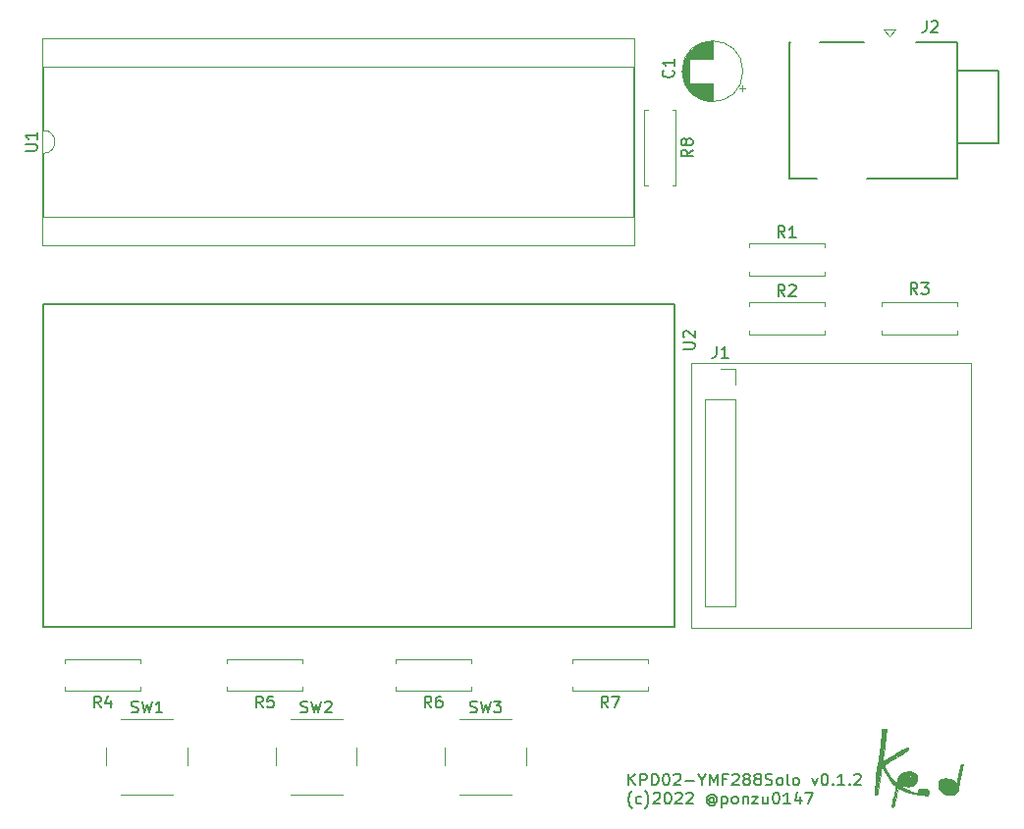
<source format=gto>
G04 #@! TF.GenerationSoftware,KiCad,Pcbnew,(6.0.1)*
G04 #@! TF.CreationDate,2022-02-24T00:37:53+09:00*
G04 #@! TF.ProjectId,KPD02-YMF288Solo-20220117,4b504430-322d-4594-9d46-323838536f6c,rev?*
G04 #@! TF.SameCoordinates,Original*
G04 #@! TF.FileFunction,Legend,Top*
G04 #@! TF.FilePolarity,Positive*
%FSLAX46Y46*%
G04 Gerber Fmt 4.6, Leading zero omitted, Abs format (unit mm)*
G04 Created by KiCad (PCBNEW (6.0.1)) date 2022-02-24 00:37:53*
%MOMM*%
%LPD*%
G01*
G04 APERTURE LIST*
%ADD10C,0.150000*%
%ADD11C,0.120000*%
%ADD12C,0.127000*%
%ADD13C,0.010000*%
G04 APERTURE END LIST*
D10*
X195915595Y-149507380D02*
X195915595Y-148507380D01*
X196487023Y-149507380D02*
X196058452Y-148935952D01*
X196487023Y-148507380D02*
X195915595Y-149078809D01*
X196915595Y-149507380D02*
X196915595Y-148507380D01*
X197296547Y-148507380D01*
X197391785Y-148555000D01*
X197439404Y-148602619D01*
X197487023Y-148697857D01*
X197487023Y-148840714D01*
X197439404Y-148935952D01*
X197391785Y-148983571D01*
X197296547Y-149031190D01*
X196915595Y-149031190D01*
X197915595Y-149507380D02*
X197915595Y-148507380D01*
X198153690Y-148507380D01*
X198296547Y-148555000D01*
X198391785Y-148650238D01*
X198439404Y-148745476D01*
X198487023Y-148935952D01*
X198487023Y-149078809D01*
X198439404Y-149269285D01*
X198391785Y-149364523D01*
X198296547Y-149459761D01*
X198153690Y-149507380D01*
X197915595Y-149507380D01*
X199106071Y-148507380D02*
X199201309Y-148507380D01*
X199296547Y-148555000D01*
X199344166Y-148602619D01*
X199391785Y-148697857D01*
X199439404Y-148888333D01*
X199439404Y-149126428D01*
X199391785Y-149316904D01*
X199344166Y-149412142D01*
X199296547Y-149459761D01*
X199201309Y-149507380D01*
X199106071Y-149507380D01*
X199010833Y-149459761D01*
X198963214Y-149412142D01*
X198915595Y-149316904D01*
X198867976Y-149126428D01*
X198867976Y-148888333D01*
X198915595Y-148697857D01*
X198963214Y-148602619D01*
X199010833Y-148555000D01*
X199106071Y-148507380D01*
X199820357Y-148602619D02*
X199867976Y-148555000D01*
X199963214Y-148507380D01*
X200201309Y-148507380D01*
X200296547Y-148555000D01*
X200344166Y-148602619D01*
X200391785Y-148697857D01*
X200391785Y-148793095D01*
X200344166Y-148935952D01*
X199772738Y-149507380D01*
X200391785Y-149507380D01*
X200820357Y-149126428D02*
X201582261Y-149126428D01*
X202248928Y-149031190D02*
X202248928Y-149507380D01*
X201915595Y-148507380D02*
X202248928Y-149031190D01*
X202582261Y-148507380D01*
X202915595Y-149507380D02*
X202915595Y-148507380D01*
X203248928Y-149221666D01*
X203582261Y-148507380D01*
X203582261Y-149507380D01*
X204391785Y-148983571D02*
X204058452Y-148983571D01*
X204058452Y-149507380D02*
X204058452Y-148507380D01*
X204534642Y-148507380D01*
X204867976Y-148602619D02*
X204915595Y-148555000D01*
X205010833Y-148507380D01*
X205248928Y-148507380D01*
X205344166Y-148555000D01*
X205391785Y-148602619D01*
X205439404Y-148697857D01*
X205439404Y-148793095D01*
X205391785Y-148935952D01*
X204820357Y-149507380D01*
X205439404Y-149507380D01*
X206010833Y-148935952D02*
X205915595Y-148888333D01*
X205867976Y-148840714D01*
X205820357Y-148745476D01*
X205820357Y-148697857D01*
X205867976Y-148602619D01*
X205915595Y-148555000D01*
X206010833Y-148507380D01*
X206201309Y-148507380D01*
X206296547Y-148555000D01*
X206344166Y-148602619D01*
X206391785Y-148697857D01*
X206391785Y-148745476D01*
X206344166Y-148840714D01*
X206296547Y-148888333D01*
X206201309Y-148935952D01*
X206010833Y-148935952D01*
X205915595Y-148983571D01*
X205867976Y-149031190D01*
X205820357Y-149126428D01*
X205820357Y-149316904D01*
X205867976Y-149412142D01*
X205915595Y-149459761D01*
X206010833Y-149507380D01*
X206201309Y-149507380D01*
X206296547Y-149459761D01*
X206344166Y-149412142D01*
X206391785Y-149316904D01*
X206391785Y-149126428D01*
X206344166Y-149031190D01*
X206296547Y-148983571D01*
X206201309Y-148935952D01*
X206963214Y-148935952D02*
X206867976Y-148888333D01*
X206820357Y-148840714D01*
X206772738Y-148745476D01*
X206772738Y-148697857D01*
X206820357Y-148602619D01*
X206867976Y-148555000D01*
X206963214Y-148507380D01*
X207153690Y-148507380D01*
X207248928Y-148555000D01*
X207296547Y-148602619D01*
X207344166Y-148697857D01*
X207344166Y-148745476D01*
X207296547Y-148840714D01*
X207248928Y-148888333D01*
X207153690Y-148935952D01*
X206963214Y-148935952D01*
X206867976Y-148983571D01*
X206820357Y-149031190D01*
X206772738Y-149126428D01*
X206772738Y-149316904D01*
X206820357Y-149412142D01*
X206867976Y-149459761D01*
X206963214Y-149507380D01*
X207153690Y-149507380D01*
X207248928Y-149459761D01*
X207296547Y-149412142D01*
X207344166Y-149316904D01*
X207344166Y-149126428D01*
X207296547Y-149031190D01*
X207248928Y-148983571D01*
X207153690Y-148935952D01*
X207725119Y-149459761D02*
X207867976Y-149507380D01*
X208106071Y-149507380D01*
X208201309Y-149459761D01*
X208248928Y-149412142D01*
X208296547Y-149316904D01*
X208296547Y-149221666D01*
X208248928Y-149126428D01*
X208201309Y-149078809D01*
X208106071Y-149031190D01*
X207915595Y-148983571D01*
X207820357Y-148935952D01*
X207772738Y-148888333D01*
X207725119Y-148793095D01*
X207725119Y-148697857D01*
X207772738Y-148602619D01*
X207820357Y-148555000D01*
X207915595Y-148507380D01*
X208153690Y-148507380D01*
X208296547Y-148555000D01*
X208867976Y-149507380D02*
X208772738Y-149459761D01*
X208725119Y-149412142D01*
X208677500Y-149316904D01*
X208677500Y-149031190D01*
X208725119Y-148935952D01*
X208772738Y-148888333D01*
X208867976Y-148840714D01*
X209010833Y-148840714D01*
X209106071Y-148888333D01*
X209153690Y-148935952D01*
X209201309Y-149031190D01*
X209201309Y-149316904D01*
X209153690Y-149412142D01*
X209106071Y-149459761D01*
X209010833Y-149507380D01*
X208867976Y-149507380D01*
X209772738Y-149507380D02*
X209677500Y-149459761D01*
X209629880Y-149364523D01*
X209629880Y-148507380D01*
X210296547Y-149507380D02*
X210201309Y-149459761D01*
X210153690Y-149412142D01*
X210106071Y-149316904D01*
X210106071Y-149031190D01*
X210153690Y-148935952D01*
X210201309Y-148888333D01*
X210296547Y-148840714D01*
X210439404Y-148840714D01*
X210534642Y-148888333D01*
X210582261Y-148935952D01*
X210629880Y-149031190D01*
X210629880Y-149316904D01*
X210582261Y-149412142D01*
X210534642Y-149459761D01*
X210439404Y-149507380D01*
X210296547Y-149507380D01*
X211725119Y-148840714D02*
X211963214Y-149507380D01*
X212201309Y-148840714D01*
X212772738Y-148507380D02*
X212867976Y-148507380D01*
X212963214Y-148555000D01*
X213010833Y-148602619D01*
X213058452Y-148697857D01*
X213106071Y-148888333D01*
X213106071Y-149126428D01*
X213058452Y-149316904D01*
X213010833Y-149412142D01*
X212963214Y-149459761D01*
X212867976Y-149507380D01*
X212772738Y-149507380D01*
X212677500Y-149459761D01*
X212629880Y-149412142D01*
X212582261Y-149316904D01*
X212534642Y-149126428D01*
X212534642Y-148888333D01*
X212582261Y-148697857D01*
X212629880Y-148602619D01*
X212677500Y-148555000D01*
X212772738Y-148507380D01*
X213534642Y-149412142D02*
X213582261Y-149459761D01*
X213534642Y-149507380D01*
X213487023Y-149459761D01*
X213534642Y-149412142D01*
X213534642Y-149507380D01*
X214534642Y-149507380D02*
X213963214Y-149507380D01*
X214248928Y-149507380D02*
X214248928Y-148507380D01*
X214153690Y-148650238D01*
X214058452Y-148745476D01*
X213963214Y-148793095D01*
X214963214Y-149412142D02*
X215010833Y-149459761D01*
X214963214Y-149507380D01*
X214915595Y-149459761D01*
X214963214Y-149412142D01*
X214963214Y-149507380D01*
X215391785Y-148602619D02*
X215439404Y-148555000D01*
X215534642Y-148507380D01*
X215772738Y-148507380D01*
X215867976Y-148555000D01*
X215915595Y-148602619D01*
X215963214Y-148697857D01*
X215963214Y-148793095D01*
X215915595Y-148935952D01*
X215344166Y-149507380D01*
X215963214Y-149507380D01*
X196201309Y-151498333D02*
X196153690Y-151450714D01*
X196058452Y-151307857D01*
X196010833Y-151212619D01*
X195963214Y-151069761D01*
X195915595Y-150831666D01*
X195915595Y-150641190D01*
X195963214Y-150403095D01*
X196010833Y-150260238D01*
X196058452Y-150165000D01*
X196153690Y-150022142D01*
X196201309Y-149974523D01*
X197010833Y-151069761D02*
X196915595Y-151117380D01*
X196725119Y-151117380D01*
X196629880Y-151069761D01*
X196582261Y-151022142D01*
X196534642Y-150926904D01*
X196534642Y-150641190D01*
X196582261Y-150545952D01*
X196629880Y-150498333D01*
X196725119Y-150450714D01*
X196915595Y-150450714D01*
X197010833Y-150498333D01*
X197344166Y-151498333D02*
X197391785Y-151450714D01*
X197487023Y-151307857D01*
X197534642Y-151212619D01*
X197582261Y-151069761D01*
X197629880Y-150831666D01*
X197629880Y-150641190D01*
X197582261Y-150403095D01*
X197534642Y-150260238D01*
X197487023Y-150165000D01*
X197391785Y-150022142D01*
X197344166Y-149974523D01*
X198058452Y-150212619D02*
X198106071Y-150165000D01*
X198201309Y-150117380D01*
X198439404Y-150117380D01*
X198534642Y-150165000D01*
X198582261Y-150212619D01*
X198629880Y-150307857D01*
X198629880Y-150403095D01*
X198582261Y-150545952D01*
X198010833Y-151117380D01*
X198629880Y-151117380D01*
X199248928Y-150117380D02*
X199344166Y-150117380D01*
X199439404Y-150165000D01*
X199487023Y-150212619D01*
X199534642Y-150307857D01*
X199582261Y-150498333D01*
X199582261Y-150736428D01*
X199534642Y-150926904D01*
X199487023Y-151022142D01*
X199439404Y-151069761D01*
X199344166Y-151117380D01*
X199248928Y-151117380D01*
X199153690Y-151069761D01*
X199106071Y-151022142D01*
X199058452Y-150926904D01*
X199010833Y-150736428D01*
X199010833Y-150498333D01*
X199058452Y-150307857D01*
X199106071Y-150212619D01*
X199153690Y-150165000D01*
X199248928Y-150117380D01*
X199963214Y-150212619D02*
X200010833Y-150165000D01*
X200106071Y-150117380D01*
X200344166Y-150117380D01*
X200439404Y-150165000D01*
X200487023Y-150212619D01*
X200534642Y-150307857D01*
X200534642Y-150403095D01*
X200487023Y-150545952D01*
X199915595Y-151117380D01*
X200534642Y-151117380D01*
X200915595Y-150212619D02*
X200963214Y-150165000D01*
X201058452Y-150117380D01*
X201296547Y-150117380D01*
X201391785Y-150165000D01*
X201439404Y-150212619D01*
X201487023Y-150307857D01*
X201487023Y-150403095D01*
X201439404Y-150545952D01*
X200867976Y-151117380D01*
X201487023Y-151117380D01*
X203296547Y-150641190D02*
X203248928Y-150593571D01*
X203153690Y-150545952D01*
X203058452Y-150545952D01*
X202963214Y-150593571D01*
X202915595Y-150641190D01*
X202867976Y-150736428D01*
X202867976Y-150831666D01*
X202915595Y-150926904D01*
X202963214Y-150974523D01*
X203058452Y-151022142D01*
X203153690Y-151022142D01*
X203248928Y-150974523D01*
X203296547Y-150926904D01*
X203296547Y-150545952D02*
X203296547Y-150926904D01*
X203344166Y-150974523D01*
X203391785Y-150974523D01*
X203487023Y-150926904D01*
X203534642Y-150831666D01*
X203534642Y-150593571D01*
X203439404Y-150450714D01*
X203296547Y-150355476D01*
X203106071Y-150307857D01*
X202915595Y-150355476D01*
X202772738Y-150450714D01*
X202677500Y-150593571D01*
X202629880Y-150784047D01*
X202677500Y-150974523D01*
X202772738Y-151117380D01*
X202915595Y-151212619D01*
X203106071Y-151260238D01*
X203296547Y-151212619D01*
X203439404Y-151117380D01*
X203963214Y-150450714D02*
X203963214Y-151450714D01*
X203963214Y-150498333D02*
X204058452Y-150450714D01*
X204248928Y-150450714D01*
X204344166Y-150498333D01*
X204391785Y-150545952D01*
X204439404Y-150641190D01*
X204439404Y-150926904D01*
X204391785Y-151022142D01*
X204344166Y-151069761D01*
X204248928Y-151117380D01*
X204058452Y-151117380D01*
X203963214Y-151069761D01*
X205010833Y-151117380D02*
X204915595Y-151069761D01*
X204867976Y-151022142D01*
X204820357Y-150926904D01*
X204820357Y-150641190D01*
X204867976Y-150545952D01*
X204915595Y-150498333D01*
X205010833Y-150450714D01*
X205153690Y-150450714D01*
X205248928Y-150498333D01*
X205296547Y-150545952D01*
X205344166Y-150641190D01*
X205344166Y-150926904D01*
X205296547Y-151022142D01*
X205248928Y-151069761D01*
X205153690Y-151117380D01*
X205010833Y-151117380D01*
X205772738Y-150450714D02*
X205772738Y-151117380D01*
X205772738Y-150545952D02*
X205820357Y-150498333D01*
X205915595Y-150450714D01*
X206058452Y-150450714D01*
X206153690Y-150498333D01*
X206201309Y-150593571D01*
X206201309Y-151117380D01*
X206582261Y-150450714D02*
X207106071Y-150450714D01*
X206582261Y-151117380D01*
X207106071Y-151117380D01*
X207915595Y-150450714D02*
X207915595Y-151117380D01*
X207487023Y-150450714D02*
X207487023Y-150974523D01*
X207534642Y-151069761D01*
X207629880Y-151117380D01*
X207772738Y-151117380D01*
X207867976Y-151069761D01*
X207915595Y-151022142D01*
X208582261Y-150117380D02*
X208677500Y-150117380D01*
X208772738Y-150165000D01*
X208820357Y-150212619D01*
X208867976Y-150307857D01*
X208915595Y-150498333D01*
X208915595Y-150736428D01*
X208867976Y-150926904D01*
X208820357Y-151022142D01*
X208772738Y-151069761D01*
X208677500Y-151117380D01*
X208582261Y-151117380D01*
X208487023Y-151069761D01*
X208439404Y-151022142D01*
X208391785Y-150926904D01*
X208344166Y-150736428D01*
X208344166Y-150498333D01*
X208391785Y-150307857D01*
X208439404Y-150212619D01*
X208487023Y-150165000D01*
X208582261Y-150117380D01*
X209867976Y-151117380D02*
X209296547Y-151117380D01*
X209582261Y-151117380D02*
X209582261Y-150117380D01*
X209487023Y-150260238D01*
X209391785Y-150355476D01*
X209296547Y-150403095D01*
X210725119Y-150450714D02*
X210725119Y-151117380D01*
X210487023Y-150069761D02*
X210248928Y-150784047D01*
X210867976Y-150784047D01*
X211153690Y-150117380D02*
X211820357Y-150117380D01*
X211391785Y-151117380D01*
G04 #@! TO.C,R8*
X201450380Y-94654666D02*
X200974190Y-94988000D01*
X201450380Y-95226095D02*
X200450380Y-95226095D01*
X200450380Y-94845142D01*
X200498000Y-94749904D01*
X200545619Y-94702285D01*
X200640857Y-94654666D01*
X200783714Y-94654666D01*
X200878952Y-94702285D01*
X200926571Y-94749904D01*
X200974190Y-94845142D01*
X200974190Y-95226095D01*
X200878952Y-94083238D02*
X200831333Y-94178476D01*
X200783714Y-94226095D01*
X200688476Y-94273714D01*
X200640857Y-94273714D01*
X200545619Y-94226095D01*
X200498000Y-94178476D01*
X200450380Y-94083238D01*
X200450380Y-93892761D01*
X200498000Y-93797523D01*
X200545619Y-93749904D01*
X200640857Y-93702285D01*
X200688476Y-93702285D01*
X200783714Y-93749904D01*
X200831333Y-93797523D01*
X200878952Y-93892761D01*
X200878952Y-94083238D01*
X200926571Y-94178476D01*
X200974190Y-94226095D01*
X201069428Y-94273714D01*
X201259904Y-94273714D01*
X201355142Y-94226095D01*
X201402761Y-94178476D01*
X201450380Y-94083238D01*
X201450380Y-93892761D01*
X201402761Y-93797523D01*
X201355142Y-93749904D01*
X201259904Y-93702285D01*
X201069428Y-93702285D01*
X200974190Y-93749904D01*
X200926571Y-93797523D01*
X200878952Y-93892761D01*
G04 #@! TO.C,C1*
X199747142Y-87796666D02*
X199794761Y-87844285D01*
X199842380Y-87987142D01*
X199842380Y-88082380D01*
X199794761Y-88225238D01*
X199699523Y-88320476D01*
X199604285Y-88368095D01*
X199413809Y-88415714D01*
X199270952Y-88415714D01*
X199080476Y-88368095D01*
X198985238Y-88320476D01*
X198890000Y-88225238D01*
X198842380Y-88082380D01*
X198842380Y-87987142D01*
X198890000Y-87844285D01*
X198937619Y-87796666D01*
X199842380Y-86844285D02*
X199842380Y-87415714D01*
X199842380Y-87130000D02*
X198842380Y-87130000D01*
X198985238Y-87225238D01*
X199080476Y-87320476D01*
X199128095Y-87415714D01*
G04 #@! TO.C,J2*
X221606666Y-83512380D02*
X221606666Y-84226666D01*
X221559047Y-84369523D01*
X221463809Y-84464761D01*
X221320952Y-84512380D01*
X221225714Y-84512380D01*
X222035238Y-83607619D02*
X222082857Y-83560000D01*
X222178095Y-83512380D01*
X222416190Y-83512380D01*
X222511428Y-83560000D01*
X222559047Y-83607619D01*
X222606666Y-83702857D01*
X222606666Y-83798095D01*
X222559047Y-83940952D01*
X221987619Y-84512380D01*
X222606666Y-84512380D01*
G04 #@! TO.C,SW2*
X167651666Y-143184761D02*
X167794523Y-143232380D01*
X168032619Y-143232380D01*
X168127857Y-143184761D01*
X168175476Y-143137142D01*
X168223095Y-143041904D01*
X168223095Y-142946666D01*
X168175476Y-142851428D01*
X168127857Y-142803809D01*
X168032619Y-142756190D01*
X167842142Y-142708571D01*
X167746904Y-142660952D01*
X167699285Y-142613333D01*
X167651666Y-142518095D01*
X167651666Y-142422857D01*
X167699285Y-142327619D01*
X167746904Y-142280000D01*
X167842142Y-142232380D01*
X168080238Y-142232380D01*
X168223095Y-142280000D01*
X168556428Y-142232380D02*
X168794523Y-143232380D01*
X168985000Y-142518095D01*
X169175476Y-143232380D01*
X169413571Y-142232380D01*
X169746904Y-142327619D02*
X169794523Y-142280000D01*
X169889761Y-142232380D01*
X170127857Y-142232380D01*
X170223095Y-142280000D01*
X170270714Y-142327619D01*
X170318333Y-142422857D01*
X170318333Y-142518095D01*
X170270714Y-142660952D01*
X169699285Y-143232380D01*
X170318333Y-143232380D01*
G04 #@! TO.C,R3*
X220813333Y-107132380D02*
X220480000Y-106656190D01*
X220241904Y-107132380D02*
X220241904Y-106132380D01*
X220622857Y-106132380D01*
X220718095Y-106180000D01*
X220765714Y-106227619D01*
X220813333Y-106322857D01*
X220813333Y-106465714D01*
X220765714Y-106560952D01*
X220718095Y-106608571D01*
X220622857Y-106656190D01*
X220241904Y-106656190D01*
X221146666Y-106132380D02*
X221765714Y-106132380D01*
X221432380Y-106513333D01*
X221575238Y-106513333D01*
X221670476Y-106560952D01*
X221718095Y-106608571D01*
X221765714Y-106703809D01*
X221765714Y-106941904D01*
X221718095Y-107037142D01*
X221670476Y-107084761D01*
X221575238Y-107132380D01*
X221289523Y-107132380D01*
X221194285Y-107084761D01*
X221146666Y-107037142D01*
G04 #@! TO.C,J1*
X203501666Y-111617380D02*
X203501666Y-112331666D01*
X203454047Y-112474523D01*
X203358809Y-112569761D01*
X203215952Y-112617380D01*
X203120714Y-112617380D01*
X204501666Y-112617380D02*
X203930238Y-112617380D01*
X204215952Y-112617380D02*
X204215952Y-111617380D01*
X204120714Y-111760238D01*
X204025476Y-111855476D01*
X203930238Y-111903095D01*
G04 #@! TO.C,R1*
X209383333Y-102222380D02*
X209050000Y-101746190D01*
X208811904Y-102222380D02*
X208811904Y-101222380D01*
X209192857Y-101222380D01*
X209288095Y-101270000D01*
X209335714Y-101317619D01*
X209383333Y-101412857D01*
X209383333Y-101555714D01*
X209335714Y-101650952D01*
X209288095Y-101698571D01*
X209192857Y-101746190D01*
X208811904Y-101746190D01*
X210335714Y-102222380D02*
X209764285Y-102222380D01*
X210050000Y-102222380D02*
X210050000Y-101222380D01*
X209954761Y-101365238D01*
X209859523Y-101460476D01*
X209764285Y-101508095D01*
G04 #@! TO.C,R2*
X209383333Y-107302380D02*
X209050000Y-106826190D01*
X208811904Y-107302380D02*
X208811904Y-106302380D01*
X209192857Y-106302380D01*
X209288095Y-106350000D01*
X209335714Y-106397619D01*
X209383333Y-106492857D01*
X209383333Y-106635714D01*
X209335714Y-106730952D01*
X209288095Y-106778571D01*
X209192857Y-106826190D01*
X208811904Y-106826190D01*
X209764285Y-106397619D02*
X209811904Y-106350000D01*
X209907142Y-106302380D01*
X210145238Y-106302380D01*
X210240476Y-106350000D01*
X210288095Y-106397619D01*
X210335714Y-106492857D01*
X210335714Y-106588095D01*
X210288095Y-106730952D01*
X209716666Y-107302380D01*
X210335714Y-107302380D01*
G04 #@! TO.C,U2*
X200618214Y-111853023D02*
X201428050Y-111853023D01*
X201523325Y-111805386D01*
X201570963Y-111757749D01*
X201618600Y-111662474D01*
X201618600Y-111471924D01*
X201570963Y-111376649D01*
X201523325Y-111329012D01*
X201428050Y-111281374D01*
X200618214Y-111281374D01*
X200713489Y-110852637D02*
X200665852Y-110805000D01*
X200618214Y-110709725D01*
X200618214Y-110471538D01*
X200665852Y-110376263D01*
X200713489Y-110328626D01*
X200808764Y-110280988D01*
X200904039Y-110280988D01*
X201046951Y-110328626D01*
X201618600Y-110900275D01*
X201618600Y-110280988D01*
G04 #@! TO.C,SW1*
X153046666Y-143184761D02*
X153189523Y-143232380D01*
X153427619Y-143232380D01*
X153522857Y-143184761D01*
X153570476Y-143137142D01*
X153618095Y-143041904D01*
X153618095Y-142946666D01*
X153570476Y-142851428D01*
X153522857Y-142803809D01*
X153427619Y-142756190D01*
X153237142Y-142708571D01*
X153141904Y-142660952D01*
X153094285Y-142613333D01*
X153046666Y-142518095D01*
X153046666Y-142422857D01*
X153094285Y-142327619D01*
X153141904Y-142280000D01*
X153237142Y-142232380D01*
X153475238Y-142232380D01*
X153618095Y-142280000D01*
X153951428Y-142232380D02*
X154189523Y-143232380D01*
X154380000Y-142518095D01*
X154570476Y-143232380D01*
X154808571Y-142232380D01*
X155713333Y-143232380D02*
X155141904Y-143232380D01*
X155427619Y-143232380D02*
X155427619Y-142232380D01*
X155332380Y-142375238D01*
X155237142Y-142470476D01*
X155141904Y-142518095D01*
G04 #@! TO.C,R6*
X178903333Y-142812380D02*
X178570000Y-142336190D01*
X178331904Y-142812380D02*
X178331904Y-141812380D01*
X178712857Y-141812380D01*
X178808095Y-141860000D01*
X178855714Y-141907619D01*
X178903333Y-142002857D01*
X178903333Y-142145714D01*
X178855714Y-142240952D01*
X178808095Y-142288571D01*
X178712857Y-142336190D01*
X178331904Y-142336190D01*
X179760476Y-141812380D02*
X179570000Y-141812380D01*
X179474761Y-141860000D01*
X179427142Y-141907619D01*
X179331904Y-142050476D01*
X179284285Y-142240952D01*
X179284285Y-142621904D01*
X179331904Y-142717142D01*
X179379523Y-142764761D01*
X179474761Y-142812380D01*
X179665238Y-142812380D01*
X179760476Y-142764761D01*
X179808095Y-142717142D01*
X179855714Y-142621904D01*
X179855714Y-142383809D01*
X179808095Y-142288571D01*
X179760476Y-142240952D01*
X179665238Y-142193333D01*
X179474761Y-142193333D01*
X179379523Y-142240952D01*
X179331904Y-142288571D01*
X179284285Y-142383809D01*
G04 #@! TO.C,U1*
X143887380Y-94741904D02*
X144696904Y-94741904D01*
X144792142Y-94694285D01*
X144839761Y-94646666D01*
X144887380Y-94551428D01*
X144887380Y-94360952D01*
X144839761Y-94265714D01*
X144792142Y-94218095D01*
X144696904Y-94170476D01*
X143887380Y-94170476D01*
X144887380Y-93170476D02*
X144887380Y-93741904D01*
X144887380Y-93456190D02*
X143887380Y-93456190D01*
X144030238Y-93551428D01*
X144125476Y-93646666D01*
X144173095Y-93741904D01*
G04 #@! TO.C,R5*
X164373333Y-142812380D02*
X164040000Y-142336190D01*
X163801904Y-142812380D02*
X163801904Y-141812380D01*
X164182857Y-141812380D01*
X164278095Y-141860000D01*
X164325714Y-141907619D01*
X164373333Y-142002857D01*
X164373333Y-142145714D01*
X164325714Y-142240952D01*
X164278095Y-142288571D01*
X164182857Y-142336190D01*
X163801904Y-142336190D01*
X165278095Y-141812380D02*
X164801904Y-141812380D01*
X164754285Y-142288571D01*
X164801904Y-142240952D01*
X164897142Y-142193333D01*
X165135238Y-142193333D01*
X165230476Y-142240952D01*
X165278095Y-142288571D01*
X165325714Y-142383809D01*
X165325714Y-142621904D01*
X165278095Y-142717142D01*
X165230476Y-142764761D01*
X165135238Y-142812380D01*
X164897142Y-142812380D01*
X164801904Y-142764761D01*
X164754285Y-142717142D01*
G04 #@! TO.C,SW3*
X182256666Y-143184761D02*
X182399523Y-143232380D01*
X182637619Y-143232380D01*
X182732857Y-143184761D01*
X182780476Y-143137142D01*
X182828095Y-143041904D01*
X182828095Y-142946666D01*
X182780476Y-142851428D01*
X182732857Y-142803809D01*
X182637619Y-142756190D01*
X182447142Y-142708571D01*
X182351904Y-142660952D01*
X182304285Y-142613333D01*
X182256666Y-142518095D01*
X182256666Y-142422857D01*
X182304285Y-142327619D01*
X182351904Y-142280000D01*
X182447142Y-142232380D01*
X182685238Y-142232380D01*
X182828095Y-142280000D01*
X183161428Y-142232380D02*
X183399523Y-143232380D01*
X183590000Y-142518095D01*
X183780476Y-143232380D01*
X184018571Y-142232380D01*
X184304285Y-142232380D02*
X184923333Y-142232380D01*
X184590000Y-142613333D01*
X184732857Y-142613333D01*
X184828095Y-142660952D01*
X184875714Y-142708571D01*
X184923333Y-142803809D01*
X184923333Y-143041904D01*
X184875714Y-143137142D01*
X184828095Y-143184761D01*
X184732857Y-143232380D01*
X184447142Y-143232380D01*
X184351904Y-143184761D01*
X184304285Y-143137142D01*
G04 #@! TO.C,R4*
X150403333Y-142812380D02*
X150070000Y-142336190D01*
X149831904Y-142812380D02*
X149831904Y-141812380D01*
X150212857Y-141812380D01*
X150308095Y-141860000D01*
X150355714Y-141907619D01*
X150403333Y-142002857D01*
X150403333Y-142145714D01*
X150355714Y-142240952D01*
X150308095Y-142288571D01*
X150212857Y-142336190D01*
X149831904Y-142336190D01*
X151260476Y-142145714D02*
X151260476Y-142812380D01*
X151022380Y-141764761D02*
X150784285Y-142479047D01*
X151403333Y-142479047D01*
G04 #@! TO.C,R7*
X194143333Y-142812380D02*
X193810000Y-142336190D01*
X193571904Y-142812380D02*
X193571904Y-141812380D01*
X193952857Y-141812380D01*
X194048095Y-141860000D01*
X194095714Y-141907619D01*
X194143333Y-142002857D01*
X194143333Y-142145714D01*
X194095714Y-142240952D01*
X194048095Y-142288571D01*
X193952857Y-142336190D01*
X193571904Y-142336190D01*
X194476666Y-141812380D02*
X195143333Y-141812380D01*
X194714761Y-142812380D01*
D11*
G04 #@! TO.C,R8*
X199998000Y-97758000D02*
X199668000Y-97758000D01*
X197588000Y-91218000D02*
X197258000Y-91218000D01*
X199668000Y-91218000D02*
X199998000Y-91218000D01*
X199998000Y-91218000D02*
X199998000Y-97758000D01*
X197258000Y-97758000D02*
X197588000Y-97758000D01*
X197258000Y-91218000D02*
X197258000Y-97758000D01*
G04 #@! TO.C,C1*
X201714113Y-90033000D02*
X201714113Y-88924000D01*
X202595113Y-86844000D02*
X202595113Y-85364000D01*
X202114113Y-90249000D02*
X202114113Y-88924000D01*
X200994113Y-89327000D02*
X200994113Y-86441000D01*
X201234113Y-89627000D02*
X201234113Y-88924000D01*
X202955113Y-86844000D02*
X202955113Y-85311000D01*
X201434113Y-89821000D02*
X201434113Y-88924000D01*
X200794113Y-88982000D02*
X200794113Y-86786000D01*
X202635113Y-86844000D02*
X202635113Y-85356000D01*
X202795113Y-90440000D02*
X202795113Y-88924000D01*
X202915113Y-86844000D02*
X202915113Y-85315000D01*
X202274113Y-90312000D02*
X202274113Y-88924000D01*
X200954113Y-89267000D02*
X200954113Y-86501000D01*
X201354113Y-89748000D02*
X201354113Y-88924000D01*
X201954113Y-86844000D02*
X201954113Y-85594000D01*
X201954113Y-90174000D02*
X201954113Y-88924000D01*
X200914113Y-89203000D02*
X200914113Y-86565000D01*
X202314113Y-90326000D02*
X202314113Y-88924000D01*
X201794113Y-86844000D02*
X201794113Y-85684000D01*
X201194113Y-86844000D02*
X201194113Y-86185000D01*
X201234113Y-86844000D02*
X201234113Y-86141000D01*
X201154113Y-89537000D02*
X201154113Y-88924000D01*
X201994113Y-86844000D02*
X201994113Y-85574000D01*
X201314113Y-89710000D02*
X201314113Y-88924000D01*
X205709888Y-89609000D02*
X205709888Y-89109000D01*
X200714113Y-88799000D02*
X200714113Y-86969000D01*
X201674113Y-90006000D02*
X201674113Y-88924000D01*
X200674113Y-88689000D02*
X200674113Y-87079000D01*
X201514113Y-89888000D02*
X201514113Y-88924000D01*
X202234113Y-86844000D02*
X202234113Y-85470000D01*
X202034113Y-86844000D02*
X202034113Y-85555000D01*
X202154113Y-86844000D02*
X202154113Y-85502000D01*
X203155113Y-86844000D02*
X203155113Y-85304000D01*
X202194113Y-86844000D02*
X202194113Y-85486000D01*
X201914113Y-86844000D02*
X201914113Y-85616000D01*
X201394113Y-86844000D02*
X201394113Y-85983000D01*
X203115113Y-90464000D02*
X203115113Y-88924000D01*
X200594113Y-88402000D02*
X200594113Y-87366000D01*
X203035113Y-86844000D02*
X203035113Y-85306000D01*
X202715113Y-86844000D02*
X202715113Y-85341000D01*
X202675113Y-90420000D02*
X202675113Y-88924000D01*
X203075113Y-86844000D02*
X203075113Y-85305000D01*
X201274113Y-89669000D02*
X201274113Y-88924000D01*
X201874113Y-86844000D02*
X201874113Y-85637000D01*
X200834113Y-89062000D02*
X200834113Y-86706000D01*
X201594113Y-86844000D02*
X201594113Y-85819000D01*
X202715113Y-90427000D02*
X202715113Y-88924000D01*
X200554113Y-88168000D02*
X200554113Y-87600000D01*
X202314113Y-86844000D02*
X202314113Y-85442000D01*
X201834113Y-86844000D02*
X201834113Y-85660000D01*
X201554113Y-86844000D02*
X201554113Y-85849000D01*
X202875113Y-86844000D02*
X202875113Y-85319000D01*
X202875113Y-90449000D02*
X202875113Y-88924000D01*
X202475113Y-90375000D02*
X202475113Y-88924000D01*
X202394113Y-90352000D02*
X202394113Y-88924000D01*
X202274113Y-86844000D02*
X202274113Y-85456000D01*
X201274113Y-86844000D02*
X201274113Y-86099000D01*
X201634113Y-89979000D02*
X201634113Y-88924000D01*
X202194113Y-90282000D02*
X202194113Y-88924000D01*
X202154113Y-90266000D02*
X202154113Y-88924000D01*
X200754113Y-88895000D02*
X200754113Y-86873000D01*
X201114113Y-89489000D02*
X201114113Y-86279000D01*
X203155113Y-90464000D02*
X203155113Y-88924000D01*
X200634113Y-88561000D02*
X200634113Y-87207000D01*
X201914113Y-90152000D02*
X201914113Y-88924000D01*
X202074113Y-86844000D02*
X202074113Y-85536000D01*
X202354113Y-90339000D02*
X202354113Y-88924000D01*
X202995113Y-90460000D02*
X202995113Y-88924000D01*
X202234113Y-90298000D02*
X202234113Y-88924000D01*
X201594113Y-89949000D02*
X201594113Y-88924000D01*
X202354113Y-86844000D02*
X202354113Y-85429000D01*
X201514113Y-86844000D02*
X201514113Y-85880000D01*
X201834113Y-90108000D02*
X201834113Y-88924000D01*
X202795113Y-86844000D02*
X202795113Y-85328000D01*
X200874113Y-89135000D02*
X200874113Y-86633000D01*
X201794113Y-90084000D02*
X201794113Y-88924000D01*
X201154113Y-86844000D02*
X201154113Y-86231000D01*
X202955113Y-90457000D02*
X202955113Y-88924000D01*
X202034113Y-90213000D02*
X202034113Y-88924000D01*
X201354113Y-86844000D02*
X201354113Y-86020000D01*
X201434113Y-86844000D02*
X201434113Y-85947000D01*
X202755113Y-86844000D02*
X202755113Y-85334000D01*
X202515113Y-86844000D02*
X202515113Y-85383000D01*
X202434113Y-86844000D02*
X202434113Y-85404000D01*
X202595113Y-90404000D02*
X202595113Y-88924000D01*
X201194113Y-89583000D02*
X201194113Y-88924000D01*
X201474113Y-86844000D02*
X201474113Y-85913000D01*
X202915113Y-90453000D02*
X202915113Y-88924000D01*
X202635113Y-90412000D02*
X202635113Y-88924000D01*
X201994113Y-90194000D02*
X201994113Y-88924000D01*
X202475113Y-86844000D02*
X202475113Y-85393000D01*
X202835113Y-86844000D02*
X202835113Y-85323000D01*
X202835113Y-90445000D02*
X202835113Y-88924000D01*
X201674113Y-86844000D02*
X201674113Y-85762000D01*
X202755113Y-90434000D02*
X202755113Y-88924000D01*
X201074113Y-89438000D02*
X201074113Y-86330000D01*
X201314113Y-86844000D02*
X201314113Y-86058000D01*
X201474113Y-89855000D02*
X201474113Y-88924000D01*
X201634113Y-86844000D02*
X201634113Y-85789000D01*
X202434113Y-90364000D02*
X202434113Y-88924000D01*
X202555113Y-90395000D02*
X202555113Y-88924000D01*
X203115113Y-86844000D02*
X203115113Y-85304000D01*
X201754113Y-90059000D02*
X201754113Y-88924000D01*
X202074113Y-90232000D02*
X202074113Y-88924000D01*
X203075113Y-90463000D02*
X203075113Y-88924000D01*
X201714113Y-86844000D02*
X201714113Y-85735000D01*
X201034113Y-89384000D02*
X201034113Y-86384000D01*
X202555113Y-86844000D02*
X202555113Y-85373000D01*
X201554113Y-89919000D02*
X201554113Y-88924000D01*
X202675113Y-86844000D02*
X202675113Y-85348000D01*
X201874113Y-90131000D02*
X201874113Y-88924000D01*
X201394113Y-89785000D02*
X201394113Y-88924000D01*
X205959888Y-89359000D02*
X205459888Y-89359000D01*
X202114113Y-86844000D02*
X202114113Y-85519000D01*
X202394113Y-86844000D02*
X202394113Y-85416000D01*
X202515113Y-90385000D02*
X202515113Y-88924000D01*
X203035113Y-90462000D02*
X203035113Y-88924000D01*
X202995113Y-86844000D02*
X202995113Y-85308000D01*
X201754113Y-86844000D02*
X201754113Y-85709000D01*
X205775113Y-87884000D02*
G75*
G03*
X205775113Y-87884000I-2620000J0D01*
G01*
G04 #@! TO.C,J2*
X218940000Y-84310000D02*
X217940000Y-84310000D01*
D10*
X209740000Y-97160000D02*
X209740000Y-85360000D01*
X209740000Y-85360000D02*
X209840000Y-85360000D01*
X224240000Y-85360000D02*
X224240000Y-97160000D01*
X224240000Y-94060000D02*
X227840000Y-94060000D01*
X220690000Y-85360000D02*
X224240000Y-85360000D01*
X212440000Y-85360000D02*
X216190000Y-85360000D01*
X227840000Y-87860000D02*
X224240000Y-87860000D01*
X224240000Y-97160000D02*
X216490000Y-97160000D01*
X227840000Y-94060000D02*
X227840000Y-87860000D01*
D11*
X218440000Y-84860000D02*
X218940000Y-84310000D01*
X217940000Y-84310000D02*
X218440000Y-84860000D01*
D10*
X212140000Y-97160000D02*
X209740000Y-97160000D01*
D11*
G04 #@! TO.C,SW2*
X165485000Y-146280000D02*
X165485000Y-147780000D01*
X171235000Y-143780000D02*
X166735000Y-143780000D01*
X172485000Y-147780000D02*
X172485000Y-146280000D01*
X166735000Y-150280000D02*
X171235000Y-150280000D01*
G04 #@! TO.C,R3*
X217710000Y-110590000D02*
X224250000Y-110590000D01*
X217710000Y-107850000D02*
X224250000Y-107850000D01*
X217710000Y-110260000D02*
X217710000Y-110590000D01*
X217710000Y-108180000D02*
X217710000Y-107850000D01*
X224250000Y-110590000D02*
X224250000Y-110260000D01*
X224250000Y-107850000D02*
X224250000Y-108180000D01*
G04 #@! TO.C,J1*
X205165000Y-113605000D02*
X205165000Y-114935000D01*
X202505000Y-116205000D02*
X202505000Y-134045000D01*
X201295000Y-135890000D02*
X201295000Y-113030000D01*
X203835000Y-113605000D02*
X205165000Y-113605000D01*
X225425000Y-135890000D02*
X201295000Y-135890000D01*
X202505000Y-116205000D02*
X205165000Y-116205000D01*
X225425000Y-113030000D02*
X225425000Y-135890000D01*
X203835000Y-113030000D02*
X201295000Y-113030000D01*
X205165000Y-116205000D02*
X205165000Y-134045000D01*
X203835000Y-113030000D02*
X225425000Y-113030000D01*
X202505000Y-134045000D02*
X205165000Y-134045000D01*
G04 #@! TO.C,R1*
X206280000Y-105510000D02*
X212820000Y-105510000D01*
X206280000Y-102770000D02*
X212820000Y-102770000D01*
X206280000Y-103100000D02*
X206280000Y-102770000D01*
X212820000Y-105510000D02*
X212820000Y-105180000D01*
X206280000Y-105180000D02*
X206280000Y-105510000D01*
X212820000Y-102770000D02*
X212820000Y-103100000D01*
G04 #@! TO.C,R2*
X212820000Y-110590000D02*
X212820000Y-110260000D01*
X206280000Y-107850000D02*
X212820000Y-107850000D01*
X212820000Y-107850000D02*
X212820000Y-108180000D01*
X206280000Y-110590000D02*
X212820000Y-110590000D01*
X206280000Y-110260000D02*
X206280000Y-110590000D01*
X206280000Y-108180000D02*
X206280000Y-107850000D01*
D12*
G04 #@! TO.C,U2*
X145470000Y-107970000D02*
X199870000Y-107970000D01*
X199870000Y-107970000D02*
X199870000Y-135870000D01*
X199870000Y-135870000D02*
X145470000Y-135870000D01*
X145470000Y-135870000D02*
X145470000Y-107970000D01*
D11*
G04 #@! TO.C,SW1*
X152130000Y-150280000D02*
X156630000Y-150280000D01*
X156630000Y-143780000D02*
X152130000Y-143780000D01*
X157880000Y-147780000D02*
X157880000Y-146280000D01*
X150880000Y-146280000D02*
X150880000Y-147780000D01*
G04 #@! TO.C,R6*
X175800000Y-141360000D02*
X175800000Y-141030000D01*
X175800000Y-138620000D02*
X175800000Y-138950000D01*
X182340000Y-141360000D02*
X175800000Y-141360000D01*
X182340000Y-138950000D02*
X182340000Y-138620000D01*
X182340000Y-138620000D02*
X175800000Y-138620000D01*
X182340000Y-141030000D02*
X182340000Y-141360000D01*
G04 #@! TO.C,U1*
X196415000Y-102930000D02*
X196415000Y-85030000D01*
X145435000Y-94980000D02*
X145435000Y-100440000D01*
X196355000Y-100440000D02*
X196355000Y-87520000D01*
X145435000Y-87520000D02*
X145435000Y-92980000D01*
X145435000Y-100440000D02*
X196355000Y-100440000D01*
X196415000Y-85030000D02*
X145375000Y-85030000D01*
X145375000Y-85030000D02*
X145375000Y-102930000D01*
X145375000Y-102930000D02*
X196415000Y-102930000D01*
X196355000Y-87520000D02*
X145435000Y-87520000D01*
X145435000Y-94980000D02*
G75*
G03*
X145435000Y-92980000I0J1000000D01*
G01*
G04 #@! TO.C,R5*
X161270000Y-138620000D02*
X161270000Y-138950000D01*
X167810000Y-141030000D02*
X167810000Y-141360000D01*
X167810000Y-138950000D02*
X167810000Y-138620000D01*
X167810000Y-138620000D02*
X161270000Y-138620000D01*
X167810000Y-141360000D02*
X161270000Y-141360000D01*
X161270000Y-141360000D02*
X161270000Y-141030000D01*
D13*
G04 #@! TO.C,G\u002A\u002A\u002A*
X218136476Y-144875250D02*
X218116692Y-145014176D01*
X218116692Y-145014176D02*
X218093477Y-145207057D01*
X218093477Y-145207057D02*
X218070359Y-145423466D01*
X218070359Y-145423466D02*
X218057965Y-145552366D01*
X218057965Y-145552366D02*
X218033729Y-145774316D01*
X218033729Y-145774316D02*
X217998213Y-146045609D01*
X217998213Y-146045609D02*
X217956124Y-146332444D01*
X217956124Y-146332444D02*
X217912173Y-146601018D01*
X217912173Y-146601018D02*
X217910666Y-146609629D01*
X217910666Y-146609629D02*
X217872490Y-146835196D01*
X217872490Y-146835196D02*
X217840453Y-147039600D01*
X217840453Y-147039600D02*
X217817301Y-147204149D01*
X217817301Y-147204149D02*
X217805781Y-147310150D01*
X217805781Y-147310150D02*
X217805000Y-147328790D01*
X217805000Y-147328790D02*
X217805000Y-147445553D01*
X217805000Y-147445553D02*
X217942583Y-147368578D01*
X217942583Y-147368578D02*
X218159700Y-147246419D01*
X218159700Y-147246419D02*
X218351591Y-147136588D01*
X218351591Y-147136588D02*
X218544604Y-147023728D01*
X218544604Y-147023728D02*
X218765091Y-146892481D01*
X218765091Y-146892481D02*
X218948000Y-146782582D01*
X218948000Y-146782582D02*
X219282277Y-146583983D01*
X219282277Y-146583983D02*
X219550903Y-146431051D01*
X219550903Y-146431051D02*
X219758392Y-146322072D01*
X219758392Y-146322072D02*
X219909260Y-146255330D01*
X219909260Y-146255330D02*
X220008021Y-146229110D01*
X220008021Y-146229110D02*
X220059191Y-146241699D01*
X220059191Y-146241699D02*
X220067284Y-146291380D01*
X220067284Y-146291380D02*
X220040997Y-146367426D01*
X220040997Y-146367426D02*
X219996568Y-146436457D01*
X219996568Y-146436457D02*
X219918377Y-146515701D01*
X219918377Y-146515701D02*
X219799555Y-146609838D01*
X219799555Y-146609838D02*
X219633236Y-146723546D01*
X219633236Y-146723546D02*
X219412554Y-146861505D01*
X219412554Y-146861505D02*
X219130641Y-147028393D01*
X219130641Y-147028393D02*
X218780631Y-147228890D01*
X218780631Y-147228890D02*
X218757500Y-147241986D01*
X218757500Y-147241986D02*
X218516975Y-147380697D01*
X218516975Y-147380697D02*
X218307474Y-147506577D01*
X218307474Y-147506577D02*
X218138951Y-147613252D01*
X218138951Y-147613252D02*
X218021358Y-147694350D01*
X218021358Y-147694350D02*
X217964649Y-147743499D01*
X217964649Y-147743499D02*
X217961026Y-147751977D01*
X217961026Y-147751977D02*
X217998628Y-147885537D01*
X217998628Y-147885537D02*
X218078163Y-148074080D01*
X218078163Y-148074080D02*
X218193234Y-148303070D01*
X218193234Y-148303070D02*
X218245970Y-148399500D01*
X218245970Y-148399500D02*
X218332750Y-148540142D01*
X218332750Y-148540142D02*
X218442832Y-148697332D01*
X218442832Y-148697332D02*
X218565812Y-148858779D01*
X218565812Y-148858779D02*
X218691281Y-149012196D01*
X218691281Y-149012196D02*
X218808833Y-149145293D01*
X218808833Y-149145293D02*
X218908063Y-149245783D01*
X218908063Y-149245783D02*
X218978562Y-149301377D01*
X218978562Y-149301377D02*
X219009538Y-149301142D01*
X219009538Y-149301142D02*
X219026996Y-149232082D01*
X219026996Y-149232082D02*
X219053691Y-149109347D01*
X219053691Y-149109347D02*
X219077379Y-148992166D01*
X219077379Y-148992166D02*
X219155231Y-148758584D01*
X219155231Y-148758584D02*
X219233609Y-148654504D01*
X219233609Y-148654504D02*
X220139189Y-148654504D01*
X220139189Y-148654504D02*
X220152380Y-148713229D01*
X220152380Y-148713229D02*
X220184133Y-148750866D01*
X220184133Y-148750866D02*
X220252506Y-148797377D01*
X220252506Y-148797377D02*
X220291263Y-148786264D01*
X220291263Y-148786264D02*
X220286029Y-148734704D01*
X220286029Y-148734704D02*
X220263615Y-148667220D01*
X220263615Y-148667220D02*
X220260333Y-148650037D01*
X220260333Y-148650037D02*
X220225771Y-148634291D01*
X220225771Y-148634291D02*
X220196833Y-148632333D01*
X220196833Y-148632333D02*
X220139189Y-148654504D01*
X220139189Y-148654504D02*
X219233609Y-148654504D01*
X219233609Y-148654504D02*
X219290713Y-148578676D01*
X219290713Y-148578676D02*
X219491035Y-148445214D01*
X219491035Y-148445214D02*
X219700283Y-148367750D01*
X219700283Y-148367750D02*
X219849551Y-148328639D01*
X219849551Y-148328639D02*
X219974925Y-148301792D01*
X219974925Y-148301792D02*
X220039292Y-148293666D01*
X220039292Y-148293666D02*
X220189284Y-148318085D01*
X220189284Y-148318085D02*
X220369270Y-148381355D01*
X220369270Y-148381355D02*
X220543892Y-148468501D01*
X220543892Y-148468501D02*
X220676971Y-148563778D01*
X220676971Y-148563778D02*
X220764528Y-148654828D01*
X220764528Y-148654828D02*
X220800857Y-148734672D01*
X220800857Y-148734672D02*
X220801038Y-148844344D01*
X220801038Y-148844344D02*
X220796365Y-148888619D01*
X220796365Y-148888619D02*
X220765159Y-149056161D01*
X220765159Y-149056161D02*
X220716126Y-149225011D01*
X220716126Y-149225011D02*
X220704778Y-149255127D01*
X220704778Y-149255127D02*
X220647904Y-149367225D01*
X220647904Y-149367225D02*
X220569241Y-149444296D01*
X220569241Y-149444296D02*
X220440714Y-149512405D01*
X220440714Y-149512405D02*
X220416050Y-149523178D01*
X220416050Y-149523178D02*
X220315493Y-149563696D01*
X220315493Y-149563696D02*
X220226687Y-149588561D01*
X220226687Y-149588561D02*
X220128047Y-149599432D01*
X220128047Y-149599432D02*
X219997989Y-149597963D01*
X219997989Y-149597963D02*
X219814928Y-149585810D01*
X219814928Y-149585810D02*
X219710000Y-149577338D01*
X219710000Y-149577338D02*
X219517433Y-149561969D01*
X219517433Y-149561969D02*
X219359042Y-149550315D01*
X219359042Y-149550315D02*
X219251906Y-149543563D01*
X219251906Y-149543563D02*
X219213199Y-149542746D01*
X219213199Y-149542746D02*
X219236130Y-149565200D01*
X219236130Y-149565200D02*
X219322059Y-149612595D01*
X219322059Y-149612595D02*
X219455539Y-149678008D01*
X219455539Y-149678008D02*
X219621128Y-149754513D01*
X219621128Y-149754513D02*
X219803380Y-149835186D01*
X219803380Y-149835186D02*
X219986852Y-149913102D01*
X219986852Y-149913102D02*
X220156098Y-149981336D01*
X220156098Y-149981336D02*
X220295676Y-150032965D01*
X220295676Y-150032965D02*
X220336602Y-150046439D01*
X220336602Y-150046439D02*
X220550351Y-150110398D01*
X220550351Y-150110398D02*
X220696752Y-150145192D01*
X220696752Y-150145192D02*
X220787848Y-150151068D01*
X220787848Y-150151068D02*
X220835682Y-150128274D01*
X220835682Y-150128274D02*
X220852300Y-150077057D01*
X220852300Y-150077057D02*
X220853000Y-150057061D01*
X220853000Y-150057061D02*
X220889077Y-149928401D01*
X220889077Y-149928401D02*
X220997349Y-149843814D01*
X220997349Y-149843814D02*
X221177876Y-149803266D01*
X221177876Y-149803266D02*
X221291796Y-149799451D01*
X221291796Y-149799451D02*
X221520043Y-149825406D01*
X221520043Y-149825406D02*
X221686301Y-149894291D01*
X221686301Y-149894291D02*
X221785512Y-150001394D01*
X221785512Y-150001394D02*
X221812616Y-150142004D01*
X221812616Y-150142004D02*
X221785450Y-150259228D01*
X221785450Y-150259228D02*
X221750146Y-150325388D01*
X221750146Y-150325388D02*
X221692571Y-150357603D01*
X221692571Y-150357603D02*
X221585961Y-150367587D01*
X221585961Y-150367587D02*
X221536926Y-150368000D01*
X221536926Y-150368000D02*
X221258209Y-150350864D01*
X221258209Y-150350864D02*
X220927008Y-150303149D01*
X220927008Y-150303149D02*
X220567416Y-150230391D01*
X220567416Y-150230391D02*
X220203526Y-150138128D01*
X220203526Y-150138128D02*
X219859432Y-150031894D01*
X219859432Y-150031894D02*
X219559227Y-149917228D01*
X219559227Y-149917228D02*
X219541306Y-149909394D01*
X219541306Y-149909394D02*
X219168900Y-149745058D01*
X219168900Y-149745058D02*
X219035239Y-150257612D01*
X219035239Y-150257612D02*
X218976851Y-150489390D01*
X218976851Y-150489390D02*
X218921085Y-150724589D01*
X218921085Y-150724589D02*
X218874856Y-150933271D01*
X218874856Y-150933271D02*
X218848393Y-151066500D01*
X218848393Y-151066500D02*
X218816910Y-151223698D01*
X218816910Y-151223698D02*
X218786796Y-151315502D01*
X218786796Y-151315502D02*
X218748968Y-151360536D01*
X218748968Y-151360536D02*
X218696938Y-151377059D01*
X218696938Y-151377059D02*
X218642692Y-151380672D01*
X218642692Y-151380672D02*
X218616548Y-151358693D01*
X218616548Y-151358693D02*
X218613022Y-151292352D01*
X218613022Y-151292352D02*
X218626630Y-151162877D01*
X218626630Y-151162877D02*
X218628906Y-151144226D01*
X218628906Y-151144226D02*
X218654083Y-151000568D01*
X218654083Y-151000568D02*
X218698577Y-150804839D01*
X218698577Y-150804839D02*
X218755540Y-150585489D01*
X218755540Y-150585489D02*
X218803573Y-150418457D01*
X218803573Y-150418457D02*
X218880655Y-150150383D01*
X218880655Y-150150383D02*
X218927647Y-149947036D01*
X218927647Y-149947036D02*
X218944455Y-149793965D01*
X218944455Y-149793965D02*
X218930986Y-149676724D01*
X218930986Y-149676724D02*
X218887144Y-149580861D01*
X218887144Y-149580861D02*
X218812836Y-149491929D01*
X218812836Y-149491929D02*
X218797436Y-149476721D01*
X218797436Y-149476721D02*
X218683476Y-149348794D01*
X218683476Y-149348794D02*
X218542243Y-149163662D01*
X218542243Y-149163662D02*
X218385623Y-148939191D01*
X218385623Y-148939191D02*
X218225497Y-148693243D01*
X218225497Y-148693243D02*
X218073750Y-148443685D01*
X218073750Y-148443685D02*
X217942264Y-148208379D01*
X217942264Y-148208379D02*
X217902757Y-148131754D01*
X217902757Y-148131754D02*
X217825155Y-147979305D01*
X217825155Y-147979305D02*
X217763967Y-147863239D01*
X217763967Y-147863239D02*
X217727259Y-147798623D01*
X217727259Y-147798623D02*
X217720333Y-147791021D01*
X217720333Y-147791021D02*
X217714851Y-147840678D01*
X217714851Y-147840678D02*
X217699600Y-147960944D01*
X217699600Y-147960944D02*
X217676375Y-148138556D01*
X217676375Y-148138556D02*
X217646970Y-148360248D01*
X217646970Y-148360248D02*
X217613179Y-148612758D01*
X217613179Y-148612758D02*
X217576796Y-148882820D01*
X217576796Y-148882820D02*
X217539615Y-149157171D01*
X217539615Y-149157171D02*
X217503431Y-149422546D01*
X217503431Y-149422546D02*
X217470038Y-149665682D01*
X217470038Y-149665682D02*
X217441229Y-149873314D01*
X217441229Y-149873314D02*
X217418800Y-150032178D01*
X217418800Y-150032178D02*
X217404543Y-150129011D01*
X217404543Y-150129011D02*
X217401824Y-150145750D01*
X217401824Y-150145750D02*
X217374313Y-150241314D01*
X217374313Y-150241314D02*
X217318769Y-150278311D01*
X217318769Y-150278311D02*
X217246869Y-150283333D01*
X217246869Y-150283333D02*
X217115908Y-150283333D01*
X217115908Y-150283333D02*
X217147768Y-150018750D01*
X217147768Y-150018750D02*
X217162138Y-149874978D01*
X217162138Y-149874978D02*
X217178515Y-149672215D01*
X217178515Y-149672215D02*
X217195002Y-149436048D01*
X217195002Y-149436048D02*
X217209699Y-149192063D01*
X217209699Y-149192063D02*
X217211359Y-149161500D01*
X217211359Y-149161500D02*
X217224853Y-148946060D01*
X217224853Y-148946060D02*
X217242611Y-148742291D01*
X217242611Y-148742291D02*
X217266906Y-148534849D01*
X217266906Y-148534849D02*
X217300010Y-148308393D01*
X217300010Y-148308393D02*
X217344198Y-148047579D01*
X217344198Y-148047579D02*
X217401742Y-147737066D01*
X217401742Y-147737066D02*
X217474916Y-147361512D01*
X217474916Y-147361512D02*
X217487338Y-147298833D01*
X217487338Y-147298833D02*
X217518809Y-147112025D01*
X217518809Y-147112025D02*
X217550644Y-146875283D01*
X217550644Y-146875283D02*
X217578502Y-146623210D01*
X217578502Y-146623210D02*
X217593618Y-146452166D01*
X217593618Y-146452166D02*
X217613668Y-146213189D01*
X217613668Y-146213189D02*
X217640460Y-145924378D01*
X217640460Y-145924378D02*
X217670688Y-145619966D01*
X217670688Y-145619966D02*
X217701048Y-145334186D01*
X217701048Y-145334186D02*
X217705012Y-145298583D01*
X217705012Y-145298583D02*
X217777360Y-144653000D01*
X217777360Y-144653000D02*
X218173355Y-144653000D01*
X218173355Y-144653000D02*
X218136476Y-144875250D01*
X218136476Y-144875250D02*
X218136476Y-144875250D01*
G36*
X219491035Y-148445214D02*
G01*
X219700283Y-148367750D01*
X219849551Y-148328639D01*
X219974925Y-148301792D01*
X220039292Y-148293666D01*
X220189284Y-148318085D01*
X220369270Y-148381355D01*
X220543892Y-148468501D01*
X220676971Y-148563778D01*
X220764528Y-148654828D01*
X220800857Y-148734672D01*
X220801038Y-148844344D01*
X220796365Y-148888619D01*
X220765159Y-149056161D01*
X220716126Y-149225011D01*
X220704778Y-149255127D01*
X220647904Y-149367225D01*
X220569241Y-149444296D01*
X220440714Y-149512405D01*
X220416050Y-149523178D01*
X220315493Y-149563696D01*
X220226687Y-149588561D01*
X220128047Y-149599432D01*
X219997989Y-149597963D01*
X219814928Y-149585810D01*
X219710000Y-149577338D01*
X219517433Y-149561969D01*
X219359042Y-149550315D01*
X219251906Y-149543563D01*
X219213199Y-149542746D01*
X219236130Y-149565200D01*
X219322059Y-149612595D01*
X219455539Y-149678008D01*
X219621128Y-149754513D01*
X219803380Y-149835186D01*
X219986852Y-149913102D01*
X220156098Y-149981336D01*
X220295676Y-150032965D01*
X220336602Y-150046439D01*
X220550351Y-150110398D01*
X220696752Y-150145192D01*
X220787848Y-150151068D01*
X220835682Y-150128274D01*
X220852300Y-150077057D01*
X220853000Y-150057061D01*
X220889077Y-149928401D01*
X220997349Y-149843814D01*
X221177876Y-149803266D01*
X221291796Y-149799451D01*
X221520043Y-149825406D01*
X221686301Y-149894291D01*
X221785512Y-150001394D01*
X221812616Y-150142004D01*
X221785450Y-150259228D01*
X221750146Y-150325388D01*
X221692571Y-150357603D01*
X221585961Y-150367587D01*
X221536926Y-150368000D01*
X221258209Y-150350864D01*
X220927008Y-150303149D01*
X220567416Y-150230391D01*
X220203526Y-150138128D01*
X219859432Y-150031894D01*
X219559227Y-149917228D01*
X219541306Y-149909394D01*
X219168900Y-149745058D01*
X219035239Y-150257612D01*
X218976851Y-150489390D01*
X218921085Y-150724589D01*
X218874856Y-150933271D01*
X218848393Y-151066500D01*
X218816910Y-151223698D01*
X218786796Y-151315502D01*
X218748968Y-151360536D01*
X218696938Y-151377059D01*
X218642692Y-151380672D01*
X218616548Y-151358693D01*
X218613022Y-151292352D01*
X218626630Y-151162877D01*
X218628906Y-151144226D01*
X218654083Y-151000568D01*
X218698577Y-150804839D01*
X218755540Y-150585489D01*
X218803573Y-150418457D01*
X218880655Y-150150383D01*
X218927647Y-149947036D01*
X218944455Y-149793965D01*
X218930986Y-149676724D01*
X218887144Y-149580861D01*
X218812836Y-149491929D01*
X218797436Y-149476721D01*
X218683476Y-149348794D01*
X218542243Y-149163662D01*
X218385623Y-148939191D01*
X218225497Y-148693243D01*
X218073750Y-148443685D01*
X217942264Y-148208379D01*
X217902757Y-148131754D01*
X217825155Y-147979305D01*
X217763967Y-147863239D01*
X217727259Y-147798623D01*
X217720333Y-147791021D01*
X217714851Y-147840678D01*
X217699600Y-147960944D01*
X217676375Y-148138556D01*
X217646970Y-148360248D01*
X217613179Y-148612758D01*
X217576796Y-148882820D01*
X217539615Y-149157171D01*
X217503431Y-149422546D01*
X217470038Y-149665682D01*
X217441229Y-149873314D01*
X217418800Y-150032178D01*
X217404543Y-150129011D01*
X217401824Y-150145750D01*
X217374313Y-150241314D01*
X217318769Y-150278311D01*
X217246869Y-150283333D01*
X217115908Y-150283333D01*
X217147768Y-150018750D01*
X217162138Y-149874978D01*
X217178515Y-149672215D01*
X217195002Y-149436048D01*
X217209699Y-149192063D01*
X217211359Y-149161500D01*
X217224853Y-148946060D01*
X217242611Y-148742291D01*
X217266906Y-148534849D01*
X217300010Y-148308393D01*
X217344198Y-148047579D01*
X217401742Y-147737066D01*
X217474916Y-147361512D01*
X217487338Y-147298833D01*
X217518809Y-147112025D01*
X217550644Y-146875283D01*
X217578502Y-146623210D01*
X217593618Y-146452166D01*
X217613668Y-146213189D01*
X217640460Y-145924378D01*
X217670688Y-145619966D01*
X217701048Y-145334186D01*
X217705012Y-145298583D01*
X217777360Y-144653000D01*
X218173355Y-144653000D01*
X218136476Y-144875250D01*
X218116692Y-145014176D01*
X218093477Y-145207057D01*
X218070359Y-145423466D01*
X218057965Y-145552366D01*
X218033729Y-145774316D01*
X217998213Y-146045609D01*
X217956124Y-146332444D01*
X217912173Y-146601018D01*
X217910666Y-146609629D01*
X217872490Y-146835196D01*
X217840453Y-147039600D01*
X217817301Y-147204149D01*
X217805781Y-147310150D01*
X217805000Y-147328790D01*
X217805000Y-147445553D01*
X217942583Y-147368578D01*
X218159700Y-147246419D01*
X218351591Y-147136588D01*
X218544604Y-147023728D01*
X218765091Y-146892481D01*
X218948000Y-146782582D01*
X219282277Y-146583983D01*
X219550903Y-146431051D01*
X219758392Y-146322072D01*
X219909260Y-146255330D01*
X220008021Y-146229110D01*
X220059191Y-146241699D01*
X220067284Y-146291380D01*
X220040997Y-146367426D01*
X219996568Y-146436457D01*
X219918377Y-146515701D01*
X219799555Y-146609838D01*
X219633236Y-146723546D01*
X219412554Y-146861505D01*
X219130641Y-147028393D01*
X218780631Y-147228890D01*
X218757500Y-147241986D01*
X218516975Y-147380697D01*
X218307474Y-147506577D01*
X218138951Y-147613252D01*
X218021358Y-147694350D01*
X217964649Y-147743499D01*
X217961026Y-147751977D01*
X217998628Y-147885537D01*
X218078163Y-148074080D01*
X218193234Y-148303070D01*
X218245970Y-148399500D01*
X218332750Y-148540142D01*
X218442832Y-148697332D01*
X218565812Y-148858779D01*
X218691281Y-149012196D01*
X218808833Y-149145293D01*
X218908063Y-149245783D01*
X218978562Y-149301377D01*
X219009538Y-149301142D01*
X219026996Y-149232082D01*
X219053691Y-149109347D01*
X219077379Y-148992166D01*
X219155231Y-148758584D01*
X219233609Y-148654504D01*
X220139189Y-148654504D01*
X220152380Y-148713229D01*
X220184133Y-148750866D01*
X220252506Y-148797377D01*
X220291263Y-148786264D01*
X220286029Y-148734704D01*
X220263615Y-148667220D01*
X220260333Y-148650037D01*
X220225771Y-148634291D01*
X220196833Y-148632333D01*
X220139189Y-148654504D01*
X219233609Y-148654504D01*
X219290713Y-148578676D01*
X219491035Y-148445214D01*
G37*
X219491035Y-148445214D02*
X219700283Y-148367750D01*
X219849551Y-148328639D01*
X219974925Y-148301792D01*
X220039292Y-148293666D01*
X220189284Y-148318085D01*
X220369270Y-148381355D01*
X220543892Y-148468501D01*
X220676971Y-148563778D01*
X220764528Y-148654828D01*
X220800857Y-148734672D01*
X220801038Y-148844344D01*
X220796365Y-148888619D01*
X220765159Y-149056161D01*
X220716126Y-149225011D01*
X220704778Y-149255127D01*
X220647904Y-149367225D01*
X220569241Y-149444296D01*
X220440714Y-149512405D01*
X220416050Y-149523178D01*
X220315493Y-149563696D01*
X220226687Y-149588561D01*
X220128047Y-149599432D01*
X219997989Y-149597963D01*
X219814928Y-149585810D01*
X219710000Y-149577338D01*
X219517433Y-149561969D01*
X219359042Y-149550315D01*
X219251906Y-149543563D01*
X219213199Y-149542746D01*
X219236130Y-149565200D01*
X219322059Y-149612595D01*
X219455539Y-149678008D01*
X219621128Y-149754513D01*
X219803380Y-149835186D01*
X219986852Y-149913102D01*
X220156098Y-149981336D01*
X220295676Y-150032965D01*
X220336602Y-150046439D01*
X220550351Y-150110398D01*
X220696752Y-150145192D01*
X220787848Y-150151068D01*
X220835682Y-150128274D01*
X220852300Y-150077057D01*
X220853000Y-150057061D01*
X220889077Y-149928401D01*
X220997349Y-149843814D01*
X221177876Y-149803266D01*
X221291796Y-149799451D01*
X221520043Y-149825406D01*
X221686301Y-149894291D01*
X221785512Y-150001394D01*
X221812616Y-150142004D01*
X221785450Y-150259228D01*
X221750146Y-150325388D01*
X221692571Y-150357603D01*
X221585961Y-150367587D01*
X221536926Y-150368000D01*
X221258209Y-150350864D01*
X220927008Y-150303149D01*
X220567416Y-150230391D01*
X220203526Y-150138128D01*
X219859432Y-150031894D01*
X219559227Y-149917228D01*
X219541306Y-149909394D01*
X219168900Y-149745058D01*
X219035239Y-150257612D01*
X218976851Y-150489390D01*
X218921085Y-150724589D01*
X218874856Y-150933271D01*
X218848393Y-151066500D01*
X218816910Y-151223698D01*
X218786796Y-151315502D01*
X218748968Y-151360536D01*
X218696938Y-151377059D01*
X218642692Y-151380672D01*
X218616548Y-151358693D01*
X218613022Y-151292352D01*
X218626630Y-151162877D01*
X218628906Y-151144226D01*
X218654083Y-151000568D01*
X218698577Y-150804839D01*
X218755540Y-150585489D01*
X218803573Y-150418457D01*
X218880655Y-150150383D01*
X218927647Y-149947036D01*
X218944455Y-149793965D01*
X218930986Y-149676724D01*
X218887144Y-149580861D01*
X218812836Y-149491929D01*
X218797436Y-149476721D01*
X218683476Y-149348794D01*
X218542243Y-149163662D01*
X218385623Y-148939191D01*
X218225497Y-148693243D01*
X218073750Y-148443685D01*
X217942264Y-148208379D01*
X217902757Y-148131754D01*
X217825155Y-147979305D01*
X217763967Y-147863239D01*
X217727259Y-147798623D01*
X217720333Y-147791021D01*
X217714851Y-147840678D01*
X217699600Y-147960944D01*
X217676375Y-148138556D01*
X217646970Y-148360248D01*
X217613179Y-148612758D01*
X217576796Y-148882820D01*
X217539615Y-149157171D01*
X217503431Y-149422546D01*
X217470038Y-149665682D01*
X217441229Y-149873314D01*
X217418800Y-150032178D01*
X217404543Y-150129011D01*
X217401824Y-150145750D01*
X217374313Y-150241314D01*
X217318769Y-150278311D01*
X217246869Y-150283333D01*
X217115908Y-150283333D01*
X217147768Y-150018750D01*
X217162138Y-149874978D01*
X217178515Y-149672215D01*
X217195002Y-149436048D01*
X217209699Y-149192063D01*
X217211359Y-149161500D01*
X217224853Y-148946060D01*
X217242611Y-148742291D01*
X217266906Y-148534849D01*
X217300010Y-148308393D01*
X217344198Y-148047579D01*
X217401742Y-147737066D01*
X217474916Y-147361512D01*
X217487338Y-147298833D01*
X217518809Y-147112025D01*
X217550644Y-146875283D01*
X217578502Y-146623210D01*
X217593618Y-146452166D01*
X217613668Y-146213189D01*
X217640460Y-145924378D01*
X217670688Y-145619966D01*
X217701048Y-145334186D01*
X217705012Y-145298583D01*
X217777360Y-144653000D01*
X218173355Y-144653000D01*
X218136476Y-144875250D01*
X218116692Y-145014176D01*
X218093477Y-145207057D01*
X218070359Y-145423466D01*
X218057965Y-145552366D01*
X218033729Y-145774316D01*
X217998213Y-146045609D01*
X217956124Y-146332444D01*
X217912173Y-146601018D01*
X217910666Y-146609629D01*
X217872490Y-146835196D01*
X217840453Y-147039600D01*
X217817301Y-147204149D01*
X217805781Y-147310150D01*
X217805000Y-147328790D01*
X217805000Y-147445553D01*
X217942583Y-147368578D01*
X218159700Y-147246419D01*
X218351591Y-147136588D01*
X218544604Y-147023728D01*
X218765091Y-146892481D01*
X218948000Y-146782582D01*
X219282277Y-146583983D01*
X219550903Y-146431051D01*
X219758392Y-146322072D01*
X219909260Y-146255330D01*
X220008021Y-146229110D01*
X220059191Y-146241699D01*
X220067284Y-146291380D01*
X220040997Y-146367426D01*
X219996568Y-146436457D01*
X219918377Y-146515701D01*
X219799555Y-146609838D01*
X219633236Y-146723546D01*
X219412554Y-146861505D01*
X219130641Y-147028393D01*
X218780631Y-147228890D01*
X218757500Y-147241986D01*
X218516975Y-147380697D01*
X218307474Y-147506577D01*
X218138951Y-147613252D01*
X218021358Y-147694350D01*
X217964649Y-147743499D01*
X217961026Y-147751977D01*
X217998628Y-147885537D01*
X218078163Y-148074080D01*
X218193234Y-148303070D01*
X218245970Y-148399500D01*
X218332750Y-148540142D01*
X218442832Y-148697332D01*
X218565812Y-148858779D01*
X218691281Y-149012196D01*
X218808833Y-149145293D01*
X218908063Y-149245783D01*
X218978562Y-149301377D01*
X219009538Y-149301142D01*
X219026996Y-149232082D01*
X219053691Y-149109347D01*
X219077379Y-148992166D01*
X219155231Y-148758584D01*
X219233609Y-148654504D01*
X220139189Y-148654504D01*
X220152380Y-148713229D01*
X220184133Y-148750866D01*
X220252506Y-148797377D01*
X220291263Y-148786264D01*
X220286029Y-148734704D01*
X220263615Y-148667220D01*
X220260333Y-148650037D01*
X220225771Y-148634291D01*
X220196833Y-148632333D01*
X220139189Y-148654504D01*
X219233609Y-148654504D01*
X219290713Y-148578676D01*
X219491035Y-148445214D01*
X224705206Y-147664754D02*
X224730602Y-147697631D01*
X224730602Y-147697631D02*
X224729906Y-147779214D01*
X224729906Y-147779214D02*
X224720479Y-147859750D01*
X224720479Y-147859750D02*
X224703158Y-147966080D01*
X224703158Y-147966080D02*
X224672752Y-148124297D01*
X224672752Y-148124297D02*
X224633199Y-148316568D01*
X224633199Y-148316568D02*
X224588435Y-148525060D01*
X224588435Y-148525060D02*
X224542399Y-148731942D01*
X224542399Y-148731942D02*
X224499028Y-148919382D01*
X224499028Y-148919382D02*
X224462258Y-149069547D01*
X224462258Y-149069547D02*
X224436029Y-149164606D01*
X224436029Y-149164606D02*
X224427364Y-149187200D01*
X224427364Y-149187200D02*
X224415299Y-149239773D01*
X224415299Y-149239773D02*
X224398098Y-149356219D01*
X224398098Y-149356219D02*
X224378607Y-149516124D01*
X224378607Y-149516124D02*
X224368676Y-149608076D01*
X224368676Y-149608076D02*
X224345881Y-149801128D01*
X224345881Y-149801128D02*
X224320898Y-149931713D01*
X224320898Y-149931713D02*
X224286928Y-150021902D01*
X224286928Y-150021902D02*
X224237174Y-150093770D01*
X224237174Y-150093770D02*
X224209839Y-150123903D01*
X224209839Y-150123903D02*
X224111321Y-150217055D01*
X224111321Y-150217055D02*
X224020364Y-150287034D01*
X224020364Y-150287034D02*
X224006833Y-150295145D01*
X224006833Y-150295145D02*
X223899514Y-150326268D01*
X223899514Y-150326268D02*
X223738692Y-150341322D01*
X223738692Y-150341322D02*
X223554011Y-150340190D01*
X223554011Y-150340190D02*
X223375119Y-150322760D01*
X223375119Y-150322760D02*
X223259532Y-150298030D01*
X223259532Y-150298030D02*
X223022699Y-150186174D01*
X223022699Y-150186174D02*
X222829498Y-150011535D01*
X222829498Y-150011535D02*
X222692221Y-149789982D01*
X222692221Y-149789982D02*
X222623158Y-149537383D01*
X222623158Y-149537383D02*
X222617930Y-149469637D01*
X222617930Y-149469637D02*
X222629734Y-149316148D01*
X222629734Y-149316148D02*
X222907855Y-149316148D01*
X222907855Y-149316148D02*
X222913589Y-149324145D01*
X222913589Y-149324145D02*
X222945082Y-149348672D01*
X222945082Y-149348672D02*
X222988249Y-149341835D01*
X222988249Y-149341835D02*
X223029704Y-149326304D01*
X223029704Y-149326304D02*
X223084635Y-149278470D01*
X223084635Y-149278470D02*
X223092338Y-149218837D01*
X223092338Y-149218837D02*
X223050632Y-149183620D01*
X223050632Y-149183620D02*
X223038350Y-149182666D01*
X223038350Y-149182666D02*
X222969975Y-149207753D01*
X222969975Y-149207753D02*
X222917433Y-149262502D01*
X222917433Y-149262502D02*
X222907855Y-149316148D01*
X222907855Y-149316148D02*
X222629734Y-149316148D01*
X222629734Y-149316148D02*
X222634955Y-149248266D01*
X222634955Y-149248266D02*
X222707589Y-149085875D01*
X222707589Y-149085875D02*
X222840195Y-148978580D01*
X222840195Y-148978580D02*
X223037137Y-148922500D01*
X223037137Y-148922500D02*
X223244833Y-148911916D01*
X223244833Y-148911916D02*
X223436410Y-148935123D01*
X223436410Y-148935123D02*
X223644728Y-148991939D01*
X223644728Y-148991939D02*
X223844950Y-149072282D01*
X223844950Y-149072282D02*
X224012240Y-149166070D01*
X224012240Y-149166070D02*
X224121762Y-149263220D01*
X224121762Y-149263220D02*
X224126617Y-149269877D01*
X224126617Y-149269877D02*
X224181484Y-149334522D01*
X224181484Y-149334522D02*
X224213929Y-149349445D01*
X224213929Y-149349445D02*
X224229498Y-149301685D01*
X224229498Y-149301685D02*
X224256406Y-149187302D01*
X224256406Y-149187302D02*
X224291423Y-149023079D01*
X224291423Y-149023079D02*
X224331318Y-148825797D01*
X224331318Y-148825797D02*
X224372861Y-148612238D01*
X224372861Y-148612238D02*
X224412823Y-148399183D01*
X224412823Y-148399183D02*
X224447973Y-148203415D01*
X224447973Y-148203415D02*
X224475082Y-148041715D01*
X224475082Y-148041715D02*
X224490918Y-147930864D01*
X224490918Y-147930864D02*
X224493667Y-147896096D01*
X224493667Y-147896096D02*
X224512187Y-147751035D01*
X224512187Y-147751035D02*
X224571097Y-147675049D01*
X224571097Y-147675049D02*
X224645553Y-147658666D01*
X224645553Y-147658666D02*
X224705206Y-147664754D01*
X224705206Y-147664754D02*
X224705206Y-147664754D01*
G36*
X222707589Y-149085875D02*
G01*
X222840195Y-148978580D01*
X223037137Y-148922500D01*
X223244833Y-148911916D01*
X223436410Y-148935123D01*
X223644728Y-148991939D01*
X223844950Y-149072282D01*
X224012240Y-149166070D01*
X224121762Y-149263220D01*
X224126617Y-149269877D01*
X224181484Y-149334522D01*
X224213929Y-149349445D01*
X224229498Y-149301685D01*
X224256406Y-149187302D01*
X224291423Y-149023079D01*
X224331318Y-148825797D01*
X224372861Y-148612238D01*
X224412823Y-148399183D01*
X224447973Y-148203415D01*
X224475082Y-148041715D01*
X224490918Y-147930864D01*
X224493667Y-147896096D01*
X224512187Y-147751035D01*
X224571097Y-147675049D01*
X224645553Y-147658666D01*
X224705206Y-147664754D01*
X224730602Y-147697631D01*
X224729906Y-147779214D01*
X224720479Y-147859750D01*
X224703158Y-147966080D01*
X224672752Y-148124297D01*
X224633199Y-148316568D01*
X224588435Y-148525060D01*
X224542399Y-148731942D01*
X224499028Y-148919382D01*
X224462258Y-149069547D01*
X224436029Y-149164606D01*
X224427364Y-149187200D01*
X224415299Y-149239773D01*
X224398098Y-149356219D01*
X224378607Y-149516124D01*
X224368676Y-149608076D01*
X224345881Y-149801128D01*
X224320898Y-149931713D01*
X224286928Y-150021902D01*
X224237174Y-150093770D01*
X224209839Y-150123903D01*
X224111321Y-150217055D01*
X224020364Y-150287034D01*
X224006833Y-150295145D01*
X223899514Y-150326268D01*
X223738692Y-150341322D01*
X223554011Y-150340190D01*
X223375119Y-150322760D01*
X223259532Y-150298030D01*
X223022699Y-150186174D01*
X222829498Y-150011535D01*
X222692221Y-149789982D01*
X222623158Y-149537383D01*
X222617930Y-149469637D01*
X222629734Y-149316148D01*
X222907855Y-149316148D01*
X222913589Y-149324145D01*
X222945082Y-149348672D01*
X222988249Y-149341835D01*
X223029704Y-149326304D01*
X223084635Y-149278470D01*
X223092338Y-149218837D01*
X223050632Y-149183620D01*
X223038350Y-149182666D01*
X222969975Y-149207753D01*
X222917433Y-149262502D01*
X222907855Y-149316148D01*
X222629734Y-149316148D01*
X222634955Y-149248266D01*
X222707589Y-149085875D01*
G37*
X222707589Y-149085875D02*
X222840195Y-148978580D01*
X223037137Y-148922500D01*
X223244833Y-148911916D01*
X223436410Y-148935123D01*
X223644728Y-148991939D01*
X223844950Y-149072282D01*
X224012240Y-149166070D01*
X224121762Y-149263220D01*
X224126617Y-149269877D01*
X224181484Y-149334522D01*
X224213929Y-149349445D01*
X224229498Y-149301685D01*
X224256406Y-149187302D01*
X224291423Y-149023079D01*
X224331318Y-148825797D01*
X224372861Y-148612238D01*
X224412823Y-148399183D01*
X224447973Y-148203415D01*
X224475082Y-148041715D01*
X224490918Y-147930864D01*
X224493667Y-147896096D01*
X224512187Y-147751035D01*
X224571097Y-147675049D01*
X224645553Y-147658666D01*
X224705206Y-147664754D01*
X224730602Y-147697631D01*
X224729906Y-147779214D01*
X224720479Y-147859750D01*
X224703158Y-147966080D01*
X224672752Y-148124297D01*
X224633199Y-148316568D01*
X224588435Y-148525060D01*
X224542399Y-148731942D01*
X224499028Y-148919382D01*
X224462258Y-149069547D01*
X224436029Y-149164606D01*
X224427364Y-149187200D01*
X224415299Y-149239773D01*
X224398098Y-149356219D01*
X224378607Y-149516124D01*
X224368676Y-149608076D01*
X224345881Y-149801128D01*
X224320898Y-149931713D01*
X224286928Y-150021902D01*
X224237174Y-150093770D01*
X224209839Y-150123903D01*
X224111321Y-150217055D01*
X224020364Y-150287034D01*
X224006833Y-150295145D01*
X223899514Y-150326268D01*
X223738692Y-150341322D01*
X223554011Y-150340190D01*
X223375119Y-150322760D01*
X223259532Y-150298030D01*
X223022699Y-150186174D01*
X222829498Y-150011535D01*
X222692221Y-149789982D01*
X222623158Y-149537383D01*
X222617930Y-149469637D01*
X222629734Y-149316148D01*
X222907855Y-149316148D01*
X222913589Y-149324145D01*
X222945082Y-149348672D01*
X222988249Y-149341835D01*
X223029704Y-149326304D01*
X223084635Y-149278470D01*
X223092338Y-149218837D01*
X223050632Y-149183620D01*
X223038350Y-149182666D01*
X222969975Y-149207753D01*
X222917433Y-149262502D01*
X222907855Y-149316148D01*
X222629734Y-149316148D01*
X222634955Y-149248266D01*
X222707589Y-149085875D01*
D11*
G04 #@! TO.C,SW3*
X185840000Y-143780000D02*
X181340000Y-143780000D01*
X181340000Y-150280000D02*
X185840000Y-150280000D01*
X180090000Y-146280000D02*
X180090000Y-147780000D01*
X187090000Y-147780000D02*
X187090000Y-146280000D01*
G04 #@! TO.C,R4*
X153840000Y-141030000D02*
X153840000Y-141360000D01*
X153840000Y-138620000D02*
X147300000Y-138620000D01*
X147300000Y-141360000D02*
X147300000Y-141030000D01*
X153840000Y-141360000D02*
X147300000Y-141360000D01*
X153840000Y-138950000D02*
X153840000Y-138620000D01*
X147300000Y-138620000D02*
X147300000Y-138950000D01*
G04 #@! TO.C,R7*
X191040000Y-138620000D02*
X191040000Y-138950000D01*
X197580000Y-138950000D02*
X197580000Y-138620000D01*
X197580000Y-141030000D02*
X197580000Y-141360000D01*
X197580000Y-138620000D02*
X191040000Y-138620000D01*
X197580000Y-141360000D02*
X191040000Y-141360000D01*
X191040000Y-141360000D02*
X191040000Y-141030000D01*
G04 #@! TD*
M02*

</source>
